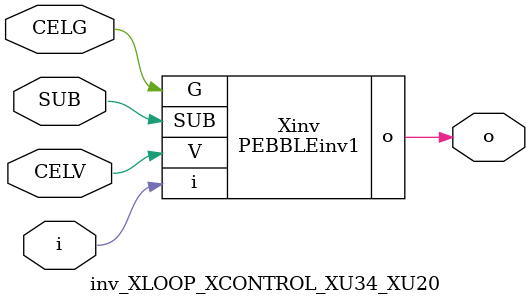
<source format=v>



module PEBBLEinv1 ( o, G, SUB, V, i );

  input V;
  input i;
  input G;
  output o;
  input SUB;
endmodule

//Celera Confidential Do Not Copy inv_XLOOP_XCONTROL_XU34_XU20
//Celera Confidential Symbol Generator
//5V Inverter
module inv_XLOOP_XCONTROL_XU34_XU20 (CELV,CELG,i,o,SUB);
input CELV;
input CELG;
input i;
input SUB;
output o;

//Celera Confidential Do Not Copy inv
PEBBLEinv1 Xinv(
.V (CELV),
.i (i),
.o (o),
.SUB (SUB),
.G (CELG)
);
//,diesize,PEBBLEinv1

//Celera Confidential Do Not Copy Module End
//Celera Schematic Generator
endmodule

</source>
